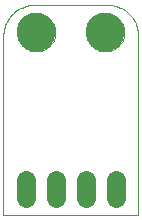
<source format=gbs>
G75*
G70*
%OFA0B0*%
%FSLAX24Y24*%
%IPPOS*%
%LPD*%
%AMOC8*
5,1,8,0,0,1.08239X$1,22.5*
%
%ADD10C,0.0000*%
%ADD11C,0.1300*%
%ADD12C,0.0640*%
D10*
X000937Y000574D02*
X000937Y006524D01*
X000939Y006587D01*
X000945Y006651D01*
X000954Y006713D01*
X000968Y006775D01*
X000985Y006836D01*
X001005Y006896D01*
X001030Y006955D01*
X001057Y007012D01*
X001088Y007067D01*
X001123Y007120D01*
X001160Y007172D01*
X001201Y007220D01*
X001245Y007266D01*
X001291Y007310D01*
X001339Y007351D01*
X001391Y007388D01*
X001444Y007423D01*
X001499Y007454D01*
X001556Y007481D01*
X001615Y007506D01*
X001675Y007526D01*
X001736Y007543D01*
X001798Y007557D01*
X001860Y007566D01*
X001924Y007572D01*
X001987Y007574D01*
X004387Y007574D01*
X003707Y006649D02*
X003709Y006699D01*
X003715Y006749D01*
X003725Y006798D01*
X003739Y006846D01*
X003756Y006893D01*
X003777Y006938D01*
X003802Y006982D01*
X003830Y007023D01*
X003862Y007062D01*
X003896Y007099D01*
X003933Y007133D01*
X003973Y007163D01*
X004015Y007190D01*
X004059Y007214D01*
X004105Y007235D01*
X004152Y007251D01*
X004200Y007264D01*
X004250Y007273D01*
X004299Y007278D01*
X004350Y007279D01*
X004400Y007276D01*
X004449Y007269D01*
X004498Y007258D01*
X004546Y007243D01*
X004592Y007225D01*
X004637Y007203D01*
X004680Y007177D01*
X004721Y007148D01*
X004760Y007116D01*
X004796Y007081D01*
X004828Y007043D01*
X004858Y007003D01*
X004885Y006960D01*
X004908Y006916D01*
X004927Y006870D01*
X004943Y006822D01*
X004955Y006773D01*
X004963Y006724D01*
X004967Y006674D01*
X004967Y006624D01*
X004963Y006574D01*
X004955Y006525D01*
X004943Y006476D01*
X004927Y006428D01*
X004908Y006382D01*
X004885Y006338D01*
X004858Y006295D01*
X004828Y006255D01*
X004796Y006217D01*
X004760Y006182D01*
X004721Y006150D01*
X004680Y006121D01*
X004637Y006095D01*
X004592Y006073D01*
X004546Y006055D01*
X004498Y006040D01*
X004449Y006029D01*
X004400Y006022D01*
X004350Y006019D01*
X004299Y006020D01*
X004250Y006025D01*
X004200Y006034D01*
X004152Y006047D01*
X004105Y006063D01*
X004059Y006084D01*
X004015Y006108D01*
X003973Y006135D01*
X003933Y006165D01*
X003896Y006199D01*
X003862Y006236D01*
X003830Y006275D01*
X003802Y006316D01*
X003777Y006360D01*
X003756Y006405D01*
X003739Y006452D01*
X003725Y006500D01*
X003715Y006549D01*
X003709Y006599D01*
X003707Y006649D01*
X004387Y007574D02*
X004450Y007572D01*
X004514Y007566D01*
X004576Y007557D01*
X004638Y007543D01*
X004699Y007526D01*
X004759Y007506D01*
X004818Y007481D01*
X004875Y007454D01*
X004930Y007423D01*
X004983Y007388D01*
X005035Y007351D01*
X005083Y007310D01*
X005129Y007266D01*
X005173Y007220D01*
X005214Y007172D01*
X005251Y007120D01*
X005286Y007067D01*
X005317Y007012D01*
X005344Y006955D01*
X005369Y006896D01*
X005389Y006836D01*
X005406Y006775D01*
X005420Y006713D01*
X005429Y006651D01*
X005435Y006587D01*
X005437Y006524D01*
X005437Y000574D01*
X000937Y000574D01*
X001407Y006649D02*
X001409Y006699D01*
X001415Y006749D01*
X001425Y006798D01*
X001439Y006846D01*
X001456Y006893D01*
X001477Y006938D01*
X001502Y006982D01*
X001530Y007023D01*
X001562Y007062D01*
X001596Y007099D01*
X001633Y007133D01*
X001673Y007163D01*
X001715Y007190D01*
X001759Y007214D01*
X001805Y007235D01*
X001852Y007251D01*
X001900Y007264D01*
X001950Y007273D01*
X001999Y007278D01*
X002050Y007279D01*
X002100Y007276D01*
X002149Y007269D01*
X002198Y007258D01*
X002246Y007243D01*
X002292Y007225D01*
X002337Y007203D01*
X002380Y007177D01*
X002421Y007148D01*
X002460Y007116D01*
X002496Y007081D01*
X002528Y007043D01*
X002558Y007003D01*
X002585Y006960D01*
X002608Y006916D01*
X002627Y006870D01*
X002643Y006822D01*
X002655Y006773D01*
X002663Y006724D01*
X002667Y006674D01*
X002667Y006624D01*
X002663Y006574D01*
X002655Y006525D01*
X002643Y006476D01*
X002627Y006428D01*
X002608Y006382D01*
X002585Y006338D01*
X002558Y006295D01*
X002528Y006255D01*
X002496Y006217D01*
X002460Y006182D01*
X002421Y006150D01*
X002380Y006121D01*
X002337Y006095D01*
X002292Y006073D01*
X002246Y006055D01*
X002198Y006040D01*
X002149Y006029D01*
X002100Y006022D01*
X002050Y006019D01*
X001999Y006020D01*
X001950Y006025D01*
X001900Y006034D01*
X001852Y006047D01*
X001805Y006063D01*
X001759Y006084D01*
X001715Y006108D01*
X001673Y006135D01*
X001633Y006165D01*
X001596Y006199D01*
X001562Y006236D01*
X001530Y006275D01*
X001502Y006316D01*
X001477Y006360D01*
X001456Y006405D01*
X001439Y006452D01*
X001425Y006500D01*
X001415Y006549D01*
X001409Y006599D01*
X001407Y006649D01*
D11*
X002037Y006649D03*
X004337Y006649D03*
D12*
X004687Y001724D02*
X004687Y001124D01*
X003687Y001124D02*
X003687Y001724D01*
X002687Y001724D02*
X002687Y001124D01*
X001687Y001124D02*
X001687Y001724D01*
M02*

</source>
